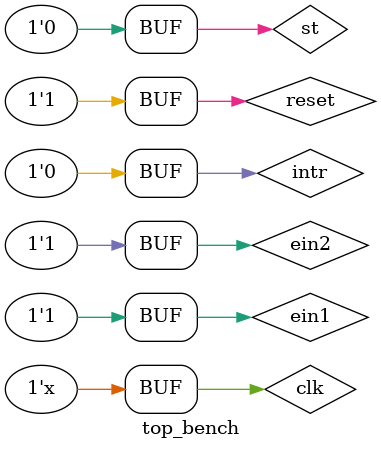
<source format=v>
`timescale 1ns / 1ps


module top_bench();
    reg clk;
    reg reset;
    reg intr;
    wire inta;
    wire ein1 = 1'b1;
    wire ein2 = 1'b1;
    wire st = 1'b0;


    iu_fpu_ei cpu(clk,reset,ein1,ein2,st,intr,inta);

    // reg [31:0] a;
    // reg [31:0] b;
    // reg ci;
    // wire [31:0] s;
    // test test_soc(a,b,ci,s);

    
    initial 
    begin
        clk <= 0;
        reset <= 0;
        intr <= 0;
        #22;
        reset <= 1;
        #158
        // stall时发生中断
        intr <= 1;
        #10;
        intr <= 0;
    end

    // test for exc int
    // initial 
    // begin
    //     clk <= 0;
    //     reset <= 0;
    //     intr <= 0;
    //     #22;
    //     reset <= 1;
    //     #598
    //     // 一般情况中断
    //     // intr <= 1;
    //     #10;
    //     // intr <= 0;
    //     #50
    //     // BJ指令ID段发生中断
    //     intr <= 1;
    //     #10;
    //     intr <= 0;
    // end

    always #5 clk=~clk;
endmodule

</source>
